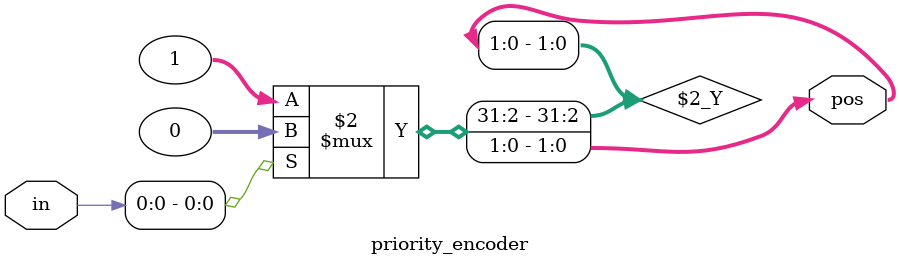
<source format=v>
module priority_encoder( 
input [2:0] in,
output reg [1:0] pos ); 
// When sel=1, assign b to out
always @ (in[1]) 
begin 
pos = (in[0]?0:1);
end
endmodule

</source>
